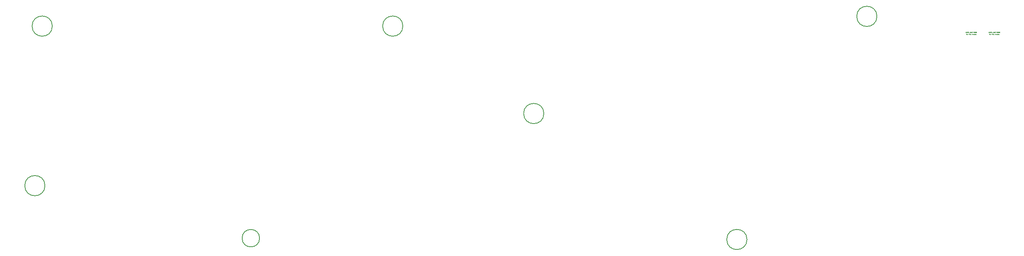
<source format=gbr>
%TF.GenerationSoftware,KiCad,Pcbnew,(7.0.0)*%
%TF.CreationDate,2023-09-24T22:25:07+02:00*%
%TF.ProjectId,vootington,766f6f74-696e-4677-946f-6e2e6b696361,rev?*%
%TF.SameCoordinates,Original*%
%TF.FileFunction,Other,Comment*%
%FSLAX46Y46*%
G04 Gerber Fmt 4.6, Leading zero omitted, Abs format (unit mm)*
G04 Created by KiCad (PCBNEW (7.0.0)) date 2023-09-24 22:25:07*
%MOMM*%
%LPD*%
G01*
G04 APERTURE LIST*
%ADD10C,0.030000*%
%ADD11C,0.150000*%
G04 APERTURE END LIST*
D10*
%TO.C,SW1*%
X259182678Y-52660976D02*
X259182678Y-52460976D01*
X259182678Y-52460976D02*
X259296963Y-52660976D01*
X259296963Y-52660976D02*
X259296963Y-52460976D01*
X259420773Y-52660976D02*
X259401725Y-52651452D01*
X259401725Y-52651452D02*
X259392202Y-52641928D01*
X259392202Y-52641928D02*
X259382678Y-52622880D01*
X259382678Y-52622880D02*
X259382678Y-52565738D01*
X259382678Y-52565738D02*
X259392202Y-52546690D01*
X259392202Y-52546690D02*
X259401725Y-52537166D01*
X259401725Y-52537166D02*
X259420773Y-52527642D01*
X259420773Y-52527642D02*
X259449344Y-52527642D01*
X259449344Y-52527642D02*
X259468392Y-52537166D01*
X259468392Y-52537166D02*
X259477916Y-52546690D01*
X259477916Y-52546690D02*
X259487440Y-52565738D01*
X259487440Y-52565738D02*
X259487440Y-52622880D01*
X259487440Y-52622880D02*
X259477916Y-52641928D01*
X259477916Y-52641928D02*
X259468392Y-52651452D01*
X259468392Y-52651452D02*
X259449344Y-52660976D01*
X259449344Y-52660976D02*
X259420773Y-52660976D01*
X259759820Y-52556214D02*
X259693154Y-52556214D01*
X259693154Y-52660976D02*
X259693154Y-52460976D01*
X259693154Y-52460976D02*
X259788392Y-52460976D01*
X259864583Y-52641928D02*
X259874106Y-52651452D01*
X259874106Y-52651452D02*
X259864583Y-52660976D01*
X259864583Y-52660976D02*
X259855059Y-52651452D01*
X259855059Y-52651452D02*
X259864583Y-52641928D01*
X259864583Y-52641928D02*
X259864583Y-52660976D01*
X260074106Y-52641928D02*
X260064582Y-52651452D01*
X260064582Y-52651452D02*
X260036011Y-52660976D01*
X260036011Y-52660976D02*
X260016963Y-52660976D01*
X260016963Y-52660976D02*
X259988392Y-52651452D01*
X259988392Y-52651452D02*
X259969344Y-52632404D01*
X259969344Y-52632404D02*
X259959821Y-52613357D01*
X259959821Y-52613357D02*
X259950297Y-52575261D01*
X259950297Y-52575261D02*
X259950297Y-52546690D01*
X259950297Y-52546690D02*
X259959821Y-52508595D01*
X259959821Y-52508595D02*
X259969344Y-52489547D01*
X259969344Y-52489547D02*
X259988392Y-52470500D01*
X259988392Y-52470500D02*
X260016963Y-52460976D01*
X260016963Y-52460976D02*
X260036011Y-52460976D01*
X260036011Y-52460976D02*
X260064582Y-52470500D01*
X260064582Y-52470500D02*
X260074106Y-52480023D01*
X260245535Y-52527642D02*
X260245535Y-52660976D01*
X260159821Y-52527642D02*
X260159821Y-52632404D01*
X260159821Y-52632404D02*
X260169344Y-52651452D01*
X260169344Y-52651452D02*
X260188392Y-52660976D01*
X260188392Y-52660976D02*
X260216963Y-52660976D01*
X260216963Y-52660976D02*
X260236011Y-52651452D01*
X260236011Y-52651452D02*
X260245535Y-52641928D01*
X260432201Y-52527642D02*
X260508392Y-52527642D01*
X260460773Y-52460976D02*
X260460773Y-52632404D01*
X260460773Y-52632404D02*
X260470296Y-52651452D01*
X260470296Y-52651452D02*
X260489344Y-52660976D01*
X260489344Y-52660976D02*
X260508392Y-52660976D01*
X260575059Y-52660976D02*
X260575059Y-52527642D01*
X260575059Y-52565738D02*
X260584582Y-52546690D01*
X260584582Y-52546690D02*
X260594106Y-52537166D01*
X260594106Y-52537166D02*
X260613154Y-52527642D01*
X260613154Y-52527642D02*
X260632201Y-52527642D01*
X260784583Y-52660976D02*
X260784583Y-52556214D01*
X260784583Y-52556214D02*
X260775059Y-52537166D01*
X260775059Y-52537166D02*
X260756011Y-52527642D01*
X260756011Y-52527642D02*
X260717916Y-52527642D01*
X260717916Y-52527642D02*
X260698869Y-52537166D01*
X260784583Y-52651452D02*
X260765535Y-52660976D01*
X260765535Y-52660976D02*
X260717916Y-52660976D01*
X260717916Y-52660976D02*
X260698869Y-52651452D01*
X260698869Y-52651452D02*
X260689345Y-52632404D01*
X260689345Y-52632404D02*
X260689345Y-52613357D01*
X260689345Y-52613357D02*
X260698869Y-52594309D01*
X260698869Y-52594309D02*
X260717916Y-52584785D01*
X260717916Y-52584785D02*
X260765535Y-52584785D01*
X260765535Y-52584785D02*
X260784583Y-52575261D01*
X260965535Y-52651452D02*
X260946487Y-52660976D01*
X260946487Y-52660976D02*
X260908392Y-52660976D01*
X260908392Y-52660976D02*
X260889344Y-52651452D01*
X260889344Y-52651452D02*
X260879821Y-52641928D01*
X260879821Y-52641928D02*
X260870297Y-52622880D01*
X260870297Y-52622880D02*
X260870297Y-52565738D01*
X260870297Y-52565738D02*
X260879821Y-52546690D01*
X260879821Y-52546690D02*
X260889344Y-52537166D01*
X260889344Y-52537166D02*
X260908392Y-52527642D01*
X260908392Y-52527642D02*
X260946487Y-52527642D01*
X260946487Y-52527642D02*
X260965535Y-52537166D01*
X261051250Y-52660976D02*
X261051250Y-52460976D01*
X261070297Y-52584785D02*
X261127440Y-52660976D01*
X261127440Y-52527642D02*
X261051250Y-52603833D01*
X261203631Y-52651452D02*
X261222678Y-52660976D01*
X261222678Y-52660976D02*
X261260774Y-52660976D01*
X261260774Y-52660976D02*
X261279821Y-52651452D01*
X261279821Y-52651452D02*
X261289345Y-52632404D01*
X261289345Y-52632404D02*
X261289345Y-52622880D01*
X261289345Y-52622880D02*
X261279821Y-52603833D01*
X261279821Y-52603833D02*
X261260774Y-52594309D01*
X261260774Y-52594309D02*
X261232202Y-52594309D01*
X261232202Y-52594309D02*
X261213155Y-52584785D01*
X261213155Y-52584785D02*
X261203631Y-52565738D01*
X261203631Y-52565738D02*
X261203631Y-52556214D01*
X261203631Y-52556214D02*
X261213155Y-52537166D01*
X261213155Y-52537166D02*
X261232202Y-52527642D01*
X261232202Y-52527642D02*
X261260774Y-52527642D01*
X261260774Y-52527642D02*
X261279821Y-52537166D01*
X259033155Y-52260976D02*
X259033155Y-52060976D01*
X259147440Y-52260976D02*
X259061726Y-52146690D01*
X259147440Y-52060976D02*
X259033155Y-52175261D01*
X259233155Y-52156214D02*
X259299821Y-52156214D01*
X259328393Y-52260976D02*
X259233155Y-52260976D01*
X259233155Y-52260976D02*
X259233155Y-52060976D01*
X259233155Y-52060976D02*
X259328393Y-52060976D01*
X259414107Y-52156214D02*
X259480773Y-52156214D01*
X259509345Y-52260976D02*
X259414107Y-52260976D01*
X259414107Y-52260976D02*
X259414107Y-52060976D01*
X259414107Y-52060976D02*
X259509345Y-52060976D01*
X259595059Y-52260976D02*
X259595059Y-52060976D01*
X259595059Y-52060976D02*
X259671249Y-52060976D01*
X259671249Y-52060976D02*
X259690297Y-52070500D01*
X259690297Y-52070500D02*
X259699820Y-52080023D01*
X259699820Y-52080023D02*
X259709344Y-52099071D01*
X259709344Y-52099071D02*
X259709344Y-52127642D01*
X259709344Y-52127642D02*
X259699820Y-52146690D01*
X259699820Y-52146690D02*
X259690297Y-52156214D01*
X259690297Y-52156214D02*
X259671249Y-52165738D01*
X259671249Y-52165738D02*
X259595059Y-52165738D01*
X259795059Y-52184785D02*
X259947440Y-52184785D01*
X260080773Y-52060976D02*
X260118868Y-52060976D01*
X260118868Y-52060976D02*
X260137916Y-52070500D01*
X260137916Y-52070500D02*
X260156963Y-52089547D01*
X260156963Y-52089547D02*
X260166487Y-52127642D01*
X260166487Y-52127642D02*
X260166487Y-52194309D01*
X260166487Y-52194309D02*
X260156963Y-52232404D01*
X260156963Y-52232404D02*
X260137916Y-52251452D01*
X260137916Y-52251452D02*
X260118868Y-52260976D01*
X260118868Y-52260976D02*
X260080773Y-52260976D01*
X260080773Y-52260976D02*
X260061725Y-52251452D01*
X260061725Y-52251452D02*
X260042678Y-52232404D01*
X260042678Y-52232404D02*
X260033154Y-52194309D01*
X260033154Y-52194309D02*
X260033154Y-52127642D01*
X260033154Y-52127642D02*
X260042678Y-52089547D01*
X260042678Y-52089547D02*
X260061725Y-52070500D01*
X260061725Y-52070500D02*
X260080773Y-52060976D01*
X260252202Y-52060976D02*
X260252202Y-52222880D01*
X260252202Y-52222880D02*
X260261725Y-52241928D01*
X260261725Y-52241928D02*
X260271249Y-52251452D01*
X260271249Y-52251452D02*
X260290297Y-52260976D01*
X260290297Y-52260976D02*
X260328392Y-52260976D01*
X260328392Y-52260976D02*
X260347440Y-52251452D01*
X260347440Y-52251452D02*
X260356963Y-52241928D01*
X260356963Y-52241928D02*
X260366487Y-52222880D01*
X260366487Y-52222880D02*
X260366487Y-52060976D01*
X260433154Y-52060976D02*
X260547440Y-52060976D01*
X260490297Y-52260976D02*
X260490297Y-52060976D01*
X260715059Y-52060976D02*
X260848392Y-52060976D01*
X260848392Y-52060976D02*
X260715059Y-52260976D01*
X260715059Y-52260976D02*
X260848392Y-52260976D01*
X260962678Y-52060976D02*
X261000773Y-52060976D01*
X261000773Y-52060976D02*
X261019821Y-52070500D01*
X261019821Y-52070500D02*
X261038868Y-52089547D01*
X261038868Y-52089547D02*
X261048392Y-52127642D01*
X261048392Y-52127642D02*
X261048392Y-52194309D01*
X261048392Y-52194309D02*
X261038868Y-52232404D01*
X261038868Y-52232404D02*
X261019821Y-52251452D01*
X261019821Y-52251452D02*
X261000773Y-52260976D01*
X261000773Y-52260976D02*
X260962678Y-52260976D01*
X260962678Y-52260976D02*
X260943630Y-52251452D01*
X260943630Y-52251452D02*
X260924583Y-52232404D01*
X260924583Y-52232404D02*
X260915059Y-52194309D01*
X260915059Y-52194309D02*
X260915059Y-52127642D01*
X260915059Y-52127642D02*
X260924583Y-52089547D01*
X260924583Y-52089547D02*
X260943630Y-52070500D01*
X260943630Y-52070500D02*
X260962678Y-52060976D01*
X261134107Y-52260976D02*
X261134107Y-52060976D01*
X261134107Y-52060976D02*
X261248392Y-52260976D01*
X261248392Y-52260976D02*
X261248392Y-52060976D01*
X261343631Y-52156214D02*
X261410297Y-52156214D01*
X261438869Y-52260976D02*
X261343631Y-52260976D01*
X261343631Y-52260976D02*
X261343631Y-52060976D01*
X261343631Y-52060976D02*
X261438869Y-52060976D01*
X264033155Y-52260976D02*
X264033155Y-52060976D01*
X264147440Y-52260976D02*
X264061726Y-52146690D01*
X264147440Y-52060976D02*
X264033155Y-52175261D01*
X264233155Y-52156214D02*
X264299821Y-52156214D01*
X264328393Y-52260976D02*
X264233155Y-52260976D01*
X264233155Y-52260976D02*
X264233155Y-52060976D01*
X264233155Y-52060976D02*
X264328393Y-52060976D01*
X264414107Y-52156214D02*
X264480773Y-52156214D01*
X264509345Y-52260976D02*
X264414107Y-52260976D01*
X264414107Y-52260976D02*
X264414107Y-52060976D01*
X264414107Y-52060976D02*
X264509345Y-52060976D01*
X264595059Y-52260976D02*
X264595059Y-52060976D01*
X264595059Y-52060976D02*
X264671249Y-52060976D01*
X264671249Y-52060976D02*
X264690297Y-52070500D01*
X264690297Y-52070500D02*
X264699820Y-52080023D01*
X264699820Y-52080023D02*
X264709344Y-52099071D01*
X264709344Y-52099071D02*
X264709344Y-52127642D01*
X264709344Y-52127642D02*
X264699820Y-52146690D01*
X264699820Y-52146690D02*
X264690297Y-52156214D01*
X264690297Y-52156214D02*
X264671249Y-52165738D01*
X264671249Y-52165738D02*
X264595059Y-52165738D01*
X264795059Y-52184785D02*
X264947440Y-52184785D01*
X265080773Y-52060976D02*
X265118868Y-52060976D01*
X265118868Y-52060976D02*
X265137916Y-52070500D01*
X265137916Y-52070500D02*
X265156963Y-52089547D01*
X265156963Y-52089547D02*
X265166487Y-52127642D01*
X265166487Y-52127642D02*
X265166487Y-52194309D01*
X265166487Y-52194309D02*
X265156963Y-52232404D01*
X265156963Y-52232404D02*
X265137916Y-52251452D01*
X265137916Y-52251452D02*
X265118868Y-52260976D01*
X265118868Y-52260976D02*
X265080773Y-52260976D01*
X265080773Y-52260976D02*
X265061725Y-52251452D01*
X265061725Y-52251452D02*
X265042678Y-52232404D01*
X265042678Y-52232404D02*
X265033154Y-52194309D01*
X265033154Y-52194309D02*
X265033154Y-52127642D01*
X265033154Y-52127642D02*
X265042678Y-52089547D01*
X265042678Y-52089547D02*
X265061725Y-52070500D01*
X265061725Y-52070500D02*
X265080773Y-52060976D01*
X265252202Y-52060976D02*
X265252202Y-52222880D01*
X265252202Y-52222880D02*
X265261725Y-52241928D01*
X265261725Y-52241928D02*
X265271249Y-52251452D01*
X265271249Y-52251452D02*
X265290297Y-52260976D01*
X265290297Y-52260976D02*
X265328392Y-52260976D01*
X265328392Y-52260976D02*
X265347440Y-52251452D01*
X265347440Y-52251452D02*
X265356963Y-52241928D01*
X265356963Y-52241928D02*
X265366487Y-52222880D01*
X265366487Y-52222880D02*
X265366487Y-52060976D01*
X265433154Y-52060976D02*
X265547440Y-52060976D01*
X265490297Y-52260976D02*
X265490297Y-52060976D01*
X265715059Y-52060976D02*
X265848392Y-52060976D01*
X265848392Y-52060976D02*
X265715059Y-52260976D01*
X265715059Y-52260976D02*
X265848392Y-52260976D01*
X265962678Y-52060976D02*
X266000773Y-52060976D01*
X266000773Y-52060976D02*
X266019821Y-52070500D01*
X266019821Y-52070500D02*
X266038868Y-52089547D01*
X266038868Y-52089547D02*
X266048392Y-52127642D01*
X266048392Y-52127642D02*
X266048392Y-52194309D01*
X266048392Y-52194309D02*
X266038868Y-52232404D01*
X266038868Y-52232404D02*
X266019821Y-52251452D01*
X266019821Y-52251452D02*
X266000773Y-52260976D01*
X266000773Y-52260976D02*
X265962678Y-52260976D01*
X265962678Y-52260976D02*
X265943630Y-52251452D01*
X265943630Y-52251452D02*
X265924583Y-52232404D01*
X265924583Y-52232404D02*
X265915059Y-52194309D01*
X265915059Y-52194309D02*
X265915059Y-52127642D01*
X265915059Y-52127642D02*
X265924583Y-52089547D01*
X265924583Y-52089547D02*
X265943630Y-52070500D01*
X265943630Y-52070500D02*
X265962678Y-52060976D01*
X266134107Y-52260976D02*
X266134107Y-52060976D01*
X266134107Y-52060976D02*
X266248392Y-52260976D01*
X266248392Y-52260976D02*
X266248392Y-52060976D01*
X266343631Y-52156214D02*
X266410297Y-52156214D01*
X266438869Y-52260976D02*
X266343631Y-52260976D01*
X266343631Y-52260976D02*
X266343631Y-52060976D01*
X266343631Y-52060976D02*
X266438869Y-52060976D01*
X264182678Y-52660976D02*
X264182678Y-52460976D01*
X264182678Y-52460976D02*
X264296963Y-52660976D01*
X264296963Y-52660976D02*
X264296963Y-52460976D01*
X264420773Y-52660976D02*
X264401725Y-52651452D01*
X264401725Y-52651452D02*
X264392202Y-52641928D01*
X264392202Y-52641928D02*
X264382678Y-52622880D01*
X264382678Y-52622880D02*
X264382678Y-52565738D01*
X264382678Y-52565738D02*
X264392202Y-52546690D01*
X264392202Y-52546690D02*
X264401725Y-52537166D01*
X264401725Y-52537166D02*
X264420773Y-52527642D01*
X264420773Y-52527642D02*
X264449344Y-52527642D01*
X264449344Y-52527642D02*
X264468392Y-52537166D01*
X264468392Y-52537166D02*
X264477916Y-52546690D01*
X264477916Y-52546690D02*
X264487440Y-52565738D01*
X264487440Y-52565738D02*
X264487440Y-52622880D01*
X264487440Y-52622880D02*
X264477916Y-52641928D01*
X264477916Y-52641928D02*
X264468392Y-52651452D01*
X264468392Y-52651452D02*
X264449344Y-52660976D01*
X264449344Y-52660976D02*
X264420773Y-52660976D01*
X264759820Y-52556214D02*
X264693154Y-52556214D01*
X264693154Y-52660976D02*
X264693154Y-52460976D01*
X264693154Y-52460976D02*
X264788392Y-52460976D01*
X264864583Y-52641928D02*
X264874106Y-52651452D01*
X264874106Y-52651452D02*
X264864583Y-52660976D01*
X264864583Y-52660976D02*
X264855059Y-52651452D01*
X264855059Y-52651452D02*
X264864583Y-52641928D01*
X264864583Y-52641928D02*
X264864583Y-52660976D01*
X265074106Y-52641928D02*
X265064582Y-52651452D01*
X265064582Y-52651452D02*
X265036011Y-52660976D01*
X265036011Y-52660976D02*
X265016963Y-52660976D01*
X265016963Y-52660976D02*
X264988392Y-52651452D01*
X264988392Y-52651452D02*
X264969344Y-52632404D01*
X264969344Y-52632404D02*
X264959821Y-52613357D01*
X264959821Y-52613357D02*
X264950297Y-52575261D01*
X264950297Y-52575261D02*
X264950297Y-52546690D01*
X264950297Y-52546690D02*
X264959821Y-52508595D01*
X264959821Y-52508595D02*
X264969344Y-52489547D01*
X264969344Y-52489547D02*
X264988392Y-52470500D01*
X264988392Y-52470500D02*
X265016963Y-52460976D01*
X265016963Y-52460976D02*
X265036011Y-52460976D01*
X265036011Y-52460976D02*
X265064582Y-52470500D01*
X265064582Y-52470500D02*
X265074106Y-52480023D01*
X265245535Y-52527642D02*
X265245535Y-52660976D01*
X265159821Y-52527642D02*
X265159821Y-52632404D01*
X265159821Y-52632404D02*
X265169344Y-52651452D01*
X265169344Y-52651452D02*
X265188392Y-52660976D01*
X265188392Y-52660976D02*
X265216963Y-52660976D01*
X265216963Y-52660976D02*
X265236011Y-52651452D01*
X265236011Y-52651452D02*
X265245535Y-52641928D01*
X265432201Y-52527642D02*
X265508392Y-52527642D01*
X265460773Y-52460976D02*
X265460773Y-52632404D01*
X265460773Y-52632404D02*
X265470296Y-52651452D01*
X265470296Y-52651452D02*
X265489344Y-52660976D01*
X265489344Y-52660976D02*
X265508392Y-52660976D01*
X265575059Y-52660976D02*
X265575059Y-52527642D01*
X265575059Y-52565738D02*
X265584582Y-52546690D01*
X265584582Y-52546690D02*
X265594106Y-52537166D01*
X265594106Y-52537166D02*
X265613154Y-52527642D01*
X265613154Y-52527642D02*
X265632201Y-52527642D01*
X265784583Y-52660976D02*
X265784583Y-52556214D01*
X265784583Y-52556214D02*
X265775059Y-52537166D01*
X265775059Y-52537166D02*
X265756011Y-52527642D01*
X265756011Y-52527642D02*
X265717916Y-52527642D01*
X265717916Y-52527642D02*
X265698869Y-52537166D01*
X265784583Y-52651452D02*
X265765535Y-52660976D01*
X265765535Y-52660976D02*
X265717916Y-52660976D01*
X265717916Y-52660976D02*
X265698869Y-52651452D01*
X265698869Y-52651452D02*
X265689345Y-52632404D01*
X265689345Y-52632404D02*
X265689345Y-52613357D01*
X265689345Y-52613357D02*
X265698869Y-52594309D01*
X265698869Y-52594309D02*
X265717916Y-52584785D01*
X265717916Y-52584785D02*
X265765535Y-52584785D01*
X265765535Y-52584785D02*
X265784583Y-52575261D01*
X265965535Y-52651452D02*
X265946487Y-52660976D01*
X265946487Y-52660976D02*
X265908392Y-52660976D01*
X265908392Y-52660976D02*
X265889344Y-52651452D01*
X265889344Y-52651452D02*
X265879821Y-52641928D01*
X265879821Y-52641928D02*
X265870297Y-52622880D01*
X265870297Y-52622880D02*
X265870297Y-52565738D01*
X265870297Y-52565738D02*
X265879821Y-52546690D01*
X265879821Y-52546690D02*
X265889344Y-52537166D01*
X265889344Y-52537166D02*
X265908392Y-52527642D01*
X265908392Y-52527642D02*
X265946487Y-52527642D01*
X265946487Y-52527642D02*
X265965535Y-52537166D01*
X266051250Y-52660976D02*
X266051250Y-52460976D01*
X266070297Y-52584785D02*
X266127440Y-52660976D01*
X266127440Y-52527642D02*
X266051250Y-52603833D01*
X266203631Y-52651452D02*
X266222678Y-52660976D01*
X266222678Y-52660976D02*
X266260774Y-52660976D01*
X266260774Y-52660976D02*
X266279821Y-52651452D01*
X266279821Y-52651452D02*
X266289345Y-52632404D01*
X266289345Y-52632404D02*
X266289345Y-52622880D01*
X266289345Y-52622880D02*
X266279821Y-52603833D01*
X266279821Y-52603833D02*
X266260774Y-52594309D01*
X266260774Y-52594309D02*
X266232202Y-52594309D01*
X266232202Y-52594309D02*
X266213155Y-52584785D01*
X266213155Y-52584785D02*
X266203631Y-52565738D01*
X266203631Y-52565738D02*
X266203631Y-52556214D01*
X266203631Y-52556214D02*
X266213155Y-52537166D01*
X266213155Y-52537166D02*
X266232202Y-52527642D01*
X266232202Y-52527642D02*
X266260774Y-52527642D01*
X266260774Y-52527642D02*
X266279821Y-52537166D01*
D11*
%TO.C,H4*%
X58915000Y-85573750D02*
G75*
G03*
X58915000Y-85573750I-2200000J0D01*
G01*
%TO.C,H7*%
X211509500Y-97302500D02*
G75*
G03*
X211509500Y-97302500I-2200000J0D01*
G01*
%TO.C,H6*%
X105562500Y-97024000D02*
G75*
G03*
X105562500Y-97024000I-1900000J0D01*
G01*
%TO.C,H3*%
X239762500Y-48674000D02*
G75*
G03*
X239762500Y-48674000I-2200000J0D01*
G01*
%TO.C,H5*%
X167362500Y-69850000D02*
G75*
G03*
X167362500Y-69850000I-2200000J0D01*
G01*
%TO.C,H1*%
X60512500Y-50800000D02*
G75*
G03*
X60512500Y-50800000I-2200000J0D01*
G01*
%TO.C,H2*%
X136712500Y-50800000D02*
G75*
G03*
X136712500Y-50800000I-2200000J0D01*
G01*
%TD*%
M02*

</source>
